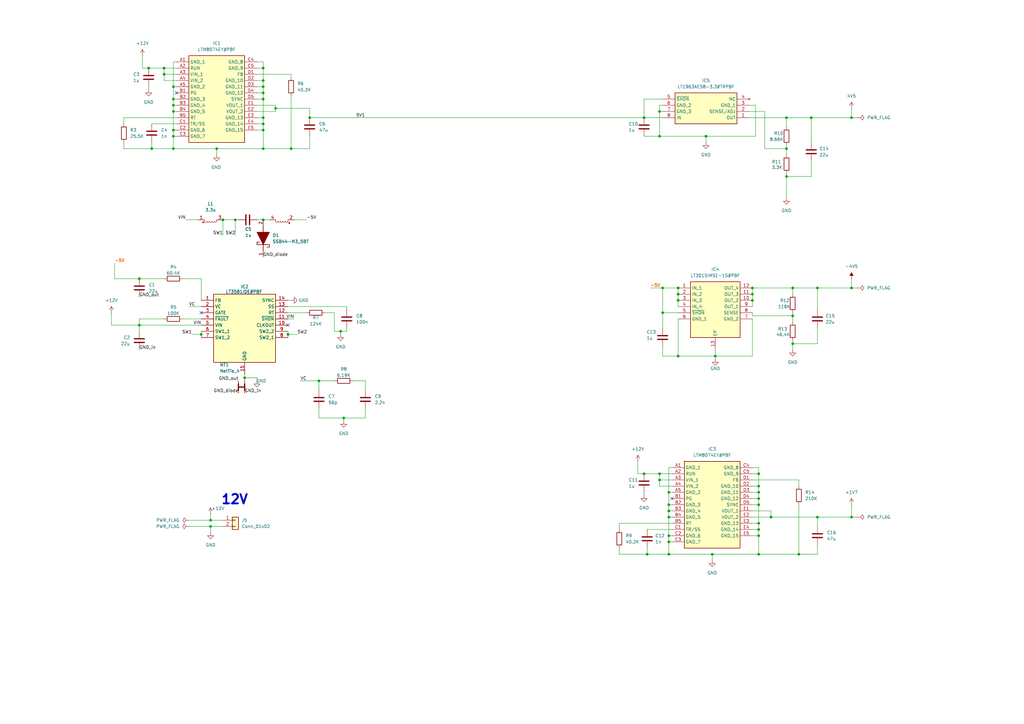
<source format=kicad_sch>
(kicad_sch (version 20231120) (generator "eeschema") (generator_version "8.0")
  (paper "A3")
  (lib_symbols
    (symbol "Connector_Generic:Conn_01x02" (pin_names (offset 1.016) hide)
      (property "Reference" "J" (at 0 2.54 0))
      (property "Value" "Conn_01x02" (at 0 -5.08 0))
      (symbol "Conn_01x02_1_1"
        (rectangle (start -1.27 -2.413) (end 0 -2.667) (stroke (width 0.1524)))
        (rectangle (start -1.27 0.127) (end 0 -0.127) (stroke (width 0.1524)))
        (rectangle (start -1.27 1.27) (end 1.27 -3.81) (stroke (width 0.254)) (fill (type background)))
        (pin passive line (at -5.08 0 0) (length 3.81) (name "Pin_1") (number "1"))
        (pin passive line (at -5.08 -2.54 0) (length 3.81) (name "Pin_2") (number "2"))
      )
    )
    (symbol "Device:C" (pin_numbers hide) (pin_names (offset 0.254))
      (property "Reference" "C" (at 0.635 2.54 0))
      (property "Value" "C" (at 0.635 -2.54 0))
      (symbol "C_0_1"
        (polyline (pts (xy -2.032 -0.762) (xy 2.032 -0.762)) (stroke (width 0.508)))
        (polyline (pts (xy -2.032 0.762) (xy 2.032 0.762)) (stroke (width 0.508)))
      )
      (symbol "C_1_1"
        (pin passive line (at 0 3.81 270) (length 2.794) (name "~") (number "1"))
        (pin passive line (at 0 -3.81 90) (length 2.794) (name "~") (number "2"))
      )
    )
    (symbol "Device:L_Coupled" (pin_names (offset 0.254) hide)
      (property "Reference" "L1" (at -12.7 9.144 0))
      (property "Value" "3.3u" (at -12.7 6.604 0))
      (symbol "L_Coupled_0_1"
        (circle (center -15.748 1.524) (radius 0.254) (fill (type outline)))
        (arc (start -15.24 2.032) (mid -14.732 1.5262) (end -14.224 2.032))
        (arc (start -14.224 2.032) (mid -13.716 1.5262) (end -13.208 2.032))
        (arc (start -13.208 2.032) (mid -12.7 1.5262) (end -12.192 2.032))
        (arc (start -12.192 2.032) (mid -11.684 1.5262) (end -11.176 2.032))
        (arc (start -11.176 2.032) (mid -10.668 1.5262) (end -10.16 2.032))
        (polyline (pts (xy -15.24 2.032) (xy -15.24 2.54)))
        (polyline (pts (xy -10.16 2.54) (xy -10.16 2.032)))
        (polyline (pts (xy 13.97 2.032) (xy 13.97 2.54)))
        (polyline (pts (xy 19.05 2.032) (xy 19.05 2.54)))
        (arc (start 13.97 2.032) (mid 14.478 1.5262) (end 14.986 2.032))
        (arc (start 14.986 2.032) (mid 15.494 1.5262) (end 16.002 2.032))
        (arc (start 16.002 2.032) (mid 16.51 1.5262) (end 17.018 2.032))
        (arc (start 17.018 2.032) (mid 17.526 1.5262) (end 18.034 2.032))
        (arc (start 18.034 2.032) (mid 18.542 1.5262) (end 19.05 2.032))
        (circle (center 19.558 1.27) (radius 0.254) (fill (type outline)))
      )
      (symbol "L_Coupled_1_1"
        (pin passive line (at -17.78 2.54 0) (length 2.54) (name "1") (number "1"))
        (pin passive line (at 21.59 2.54 180) (length 2.54) (name "2") (number "2"))
        (pin passive line (at -7.62 2.54 180) (length 2.54) (name "3") (number "3"))
        (pin passive line (at 11.43 2.54 0) (length 2.54) (name "4") (number "4"))
      )
    )
    (symbol "Device:NetTie_4" (pin_numbers hide) (pin_names (offset 0) hide) (in_bom no)
      (property "Reference" "NT" (at 0 1.27 0))
      (property "Value" "NetTie_4" (at 0 -3.81 0))
      (symbol "NetTie_4_0_1"
        (polyline (pts (xy -1.27 -2.54) (xy 1.27 -2.54)) (stroke (width 0.508)))
        (polyline (pts (xy -1.27 0) (xy 1.27 0)) (stroke (width 0.508)))
        (polyline (pts (xy 0 -2.54) (xy 0 0)) (stroke (width 0.508)))
      )
      (symbol "NetTie_4_1_1"
        (pin passive line (at -2.54 0 0) (length 2.54) (name "1") (number "1"))
        (pin passive line (at 2.54 0 180) (length 2.54) (name "2") (number "2"))
        (pin passive line (at -2.54 -2.54 0) (length 2.54) (name "3") (number "3"))
        (pin passive line (at 2.54 -2.54 180) (length 2.54) (name "4") (number "4"))
      )
    )
    (symbol "Device:R" (pin_numbers hide) (pin_names (offset 0))
      (property "Reference" "R" (at 2.032 0 90))
      (property "Value" "R" (at 0 0 90))
      (symbol "R_0_1"
        (rectangle (start -1.016 -2.54) (end 1.016 2.54) (stroke (width 0.254)))
      )
      (symbol "R_1_1"
        (pin passive line (at 0 3.81 270) (length 1.27) (name "~") (number "1"))
        (pin passive line (at 0 -3.81 90) (length 1.27) (name "~") (number "2"))
      )
    )
    (symbol "SamacSys_Parts:LT1963AES8-3.3#TRPBF"
      (property "Reference" "IC" (at 31.75 7.62 0))
      (property "Value" "LT1963AES8-3.3#TRPBF" (at 31.75 5.08 0))
      (symbol "LT1963AES8-3.3#TRPBF_1_1"
        (rectangle (start 5.08 2.54) (end 30.48 -10.16) (stroke (width 0.254)) (fill (type background)))
        (pin passive line (at 0 0 0) (length 5.08) (name "OUT") (number "1"))
        (pin passive line (at 0 -2.54 0) (length 5.08) (name "SENSE/ADJ") (number "2"))
        (pin passive line (at 0 -5.08 0) (length 5.08) (name "GND_1") (number "3"))
        (pin no_connect line (at 0 -7.62 0) (length 5.08) (name "NC") (number "4"))
        (pin passive line (at 35.56 -7.62 180) (length 5.08) (name "~{SHDN}") (number "5"))
        (pin passive line (at 35.56 -5.08 180) (length 5.08) (name "GND_2") (number "6"))
        (pin passive line (at 35.56 -2.54 180) (length 5.08) (name "GND_3") (number "7"))
        (pin passive line (at 35.56 0 180) (length 5.08) (name "IN") (number "8"))
      )
    )
    (symbol "SamacSys_Parts:LT3015IMSE-15#PBF"
      (property "Reference" "IC" (at 26.67 7.62 0))
      (property "Value" "LT3015IMSE-15#PBF" (at 26.67 5.08 0))
      (symbol "LT3015IMSE-15#PBF_1_1"
        (rectangle (start 5.08 2.54) (end 25.4 -20.32) (stroke (width 0.254)) (fill (type background)))
        (pin passive line (at 0 0 0) (length 5.08) (name "IN_1") (number "1"))
        (pin passive line (at 30.48 -5.08 180) (length 5.08) (name "OUT_2") (number "10"))
        (pin passive line (at 30.48 -2.54 180) (length 5.08) (name "OUT_3") (number "11"))
        (pin passive line (at 30.48 0 180) (length 5.08) (name "OUT_4") (number "12"))
        (pin passive line (at 15.24 -25.4 90) (length 5.08) (name "EP") (number "13"))
        (pin passive line (at 0 -2.54 0) (length 5.08) (name "IN_2") (number "2"))
        (pin passive line (at 0 -5.08 0) (length 5.08) (name "IN_3") (number "3"))
        (pin passive line (at 0 -7.62 0) (length 5.08) (name "IN_4") (number "4"))
        (pin passive line (at 0 -10.16 0) (length 5.08) (name "~{SHDN}") (number "5"))
        (pin passive line (at 0 -12.7 0) (length 5.08) (name "GND_1") (number "6"))
        (pin passive line (at 30.48 -12.7 180) (length 5.08) (name "GND_2") (number "7"))
        (pin passive line (at 30.48 -10.16 180) (length 5.08) (name "SENSE") (number "8"))
        (pin passive line (at 30.48 -7.62 180) (length 5.08) (name "OUT_1") (number "9"))
      )
    )
    (symbol "SamacSys_Parts:LT3581IDE#PBF"
      (property "Reference" "IC" (at 31.75 7.62 0))
      (property "Value" "LT3581IDE#PBF" (at 31.75 5.08 0))
      (symbol "LT3581IDE#PBF_1_1"
        (rectangle (start 5.08 2.54) (end 30.48 -25.4) (stroke (width 0.254)) (fill (type background)))
        (pin passive line (at 0 0 0) (length 5.08) (name "FB") (number "1"))
        (pin passive line (at 35.56 -10.16 180) (length 5.08) (name "CLKOUT") (number "10"))
        (pin passive line (at 35.56 -7.62 180) (length 5.08) (name "~{SHDN}") (number "11"))
        (pin passive line (at 35.56 -5.08 180) (length 5.08) (name "RT") (number "12"))
        (pin passive line (at 35.56 -2.54 180) (length 5.08) (name "SS") (number "13"))
        (pin passive line (at 35.56 0 180) (length 5.08) (name "SYNC") (number "14"))
        (pin passive line (at 17.78 -30.48 90) (length 5.08) (name "GND") (number "15"))
        (pin passive line (at 0 -2.54 0) (length 5.08) (name "VC") (number "2"))
        (pin passive line (at 0 -5.08 0) (length 5.08) (name "GATE") (number "3"))
        (pin passive line (at 0 -7.62 0) (length 5.08) (name "~{FAULT}") (number "4"))
        (pin passive line (at 0 -10.16 0) (length 5.08) (name "VIN") (number "5"))
        (pin passive line (at 0 -12.7 0) (length 5.08) (name "SW1_1") (number "6"))
        (pin passive line (at 0 -15.24 0) (length 5.08) (name "SW1_2") (number "7"))
        (pin passive line (at 35.56 -15.24 180) (length 5.08) (name "SW2_1") (number "8"))
        (pin passive line (at 35.56 -12.7 180) (length 5.08) (name "SW2_2") (number "9"))
      )
    )
    (symbol "SamacSys_Parts:LTM8074EY#PBF"
      (property "Reference" "IC" (at 29.21 7.62 0))
      (property "Value" "LTM8074EY#PBF" (at 29.21 5.08 0))
      (symbol "LTM8074EY#PBF_1_1"
        (rectangle (start 5.08 2.54) (end 27.94 -33.02) (stroke (width 0.254)) (fill (type background)))
        (pin passive line (at 0 0 0) (length 5.08) (name "GND_1") (number "A1"))
        (pin passive line (at 0 -2.54 0) (length 5.08) (name "RUN") (number "A2"))
        (pin passive line (at 0 -5.08 0) (length 5.08) (name "VIN_1") (number "A3"))
        (pin passive line (at 0 -7.62 0) (length 5.08) (name "VIN_2") (number "A4"))
        (pin passive line (at 0 -10.16 0) (length 5.08) (name "GND_2") (number "A5"))
        (pin passive line (at 0 -12.7 0) (length 5.08) (name "PG") (number "B1"))
        (pin passive line (at 0 -15.24 0) (length 5.08) (name "GND_3") (number "B2"))
        (pin passive line (at 0 -17.78 0) (length 5.08) (name "GND_4") (number "B3"))
        (pin passive line (at 0 -20.32 0) (length 5.08) (name "GND_5") (number "B4"))
        (pin passive line (at 0 -22.86 0) (length 5.08) (name "RT") (number "B5"))
        (pin passive line (at 0 -25.4 0) (length 5.08) (name "TR/SS") (number "C1"))
        (pin passive line (at 0 -27.94 0) (length 5.08) (name "GND_6") (number "C2"))
        (pin passive line (at 0 -30.48 0) (length 5.08) (name "GND_7") (number "C3"))
        (pin passive line (at 33.02 0 180) (length 5.08) (name "GND_8") (number "C4"))
        (pin passive line (at 33.02 -2.54 180) (length 5.08) (name "GND_9") (number "C5"))
        (pin passive line (at 33.02 -5.08 180) (length 5.08) (name "FB") (number "D1"))
        (pin passive line (at 33.02 -7.62 180) (length 5.08) (name "GND_10") (number "D2"))
        (pin passive line (at 33.02 -10.16 180) (length 5.08) (name "GND_11") (number "D3"))
        (pin passive line (at 33.02 -12.7 180) (length 5.08) (name "GND_12") (number "D4"))
        (pin passive line (at 33.02 -15.24 180) (length 5.08) (name "SYNC") (number "D5"))
        (pin passive line (at 33.02 -17.78 180) (length 5.08) (name "VOUT_1") (number "E1"))
        (pin passive line (at 33.02 -20.32 180) (length 5.08) (name "VOUT_2") (number "E2"))
        (pin passive line (at 33.02 -22.86 180) (length 5.08) (name "GND_13") (number "E3"))
        (pin passive line (at 33.02 -25.4 180) (length 5.08) (name "GND_14") (number "E4"))
        (pin passive line (at 33.02 -27.94 180) (length 5.08) (name "GND_15") (number "E5"))
      )
    )
    (symbol "SamacSys_Parts:SSB44-M3_5BT" (pin_names hide)
      (property "Reference" "D" (at 12.7 8.89 0))
      (property "Value" "SSB44-M3_5BT" (at 12.7 6.35 0))
      (symbol "SSB44-M3_5BT_1_1"
        (polyline (pts (xy 5.08 0) (xy 7.62 0)) (stroke (width 0.254)))
        (polyline (pts (xy 6.604 -1.524) (xy 6.604 -2.54)) (stroke (width 0.254)))
        (polyline (pts (xy 7.62 -2.54) (xy 6.604 -2.54)) (stroke (width 0.254)))
        (polyline (pts (xy 7.62 2.54) (xy 7.62 -2.54)) (stroke (width 0.254)))
        (polyline (pts (xy 7.62 2.54) (xy 8.636 2.54)) (stroke (width 0.254)))
        (polyline (pts (xy 8.636 1.524) (xy 8.636 2.54)) (stroke (width 0.254)))
        (polyline (pts (xy 12.7 0) (xy 15.24 0)) (stroke (width 0.254)))
        (polyline (pts (xy 7.62 0) (xy 12.7 2.54) (xy 12.7 -2.54) (xy 7.62 0)) (stroke (width 0.254)) (fill (type outline)))
        (pin passive line (at 2.54 0 0) (length 2.54) (name "K") (number "1"))
        (pin passive line (at 17.78 0 180) (length 2.54) (name "A") (number "2"))
      )
    )
    (symbol "power:+12V" (power) (pin_numbers hide) (pin_names (offset 0) hide)
      (property "Value" "+12V" (at 0 3.556 0))
      (symbol "+12V_0_1"
        (polyline (pts (xy -0.762 1.27) (xy 0 2.54)))
        (polyline (pts (xy 0 0) (xy 0 2.54)))
        (polyline (pts (xy 0 2.54) (xy 0.762 1.27)))
      )
      (symbol "+12V_1_1"
        (pin power_in line (at 0 0 90) (length 0) (name "~") (number "1"))
      )
    )
    (symbol "power:+1V2" (power) (pin_numbers hide) (pin_names (offset 0) hide)
      (property "Value" "+1V2" (at 0 3.556 0))
      (symbol "+1V2_0_1"
        (polyline (pts (xy -0.762 1.27) (xy 0 2.54)))
        (polyline (pts (xy 0 0) (xy 0 2.54)))
        (polyline (pts (xy 0 2.54) (xy 0.762 1.27)))
      )
      (symbol "+1V2_1_1"
        (pin power_in line (at 0 0 90) (length 0) (name "~") (number "1"))
      )
    )
    (symbol "power:+8V" (power) (pin_numbers hide) (pin_names (offset 0) hide)
      (property "Value" "+8V" (at 0 3.556 0))
      (symbol "+8V_0_1"
        (polyline (pts (xy -0.762 1.27) (xy 0 2.54)))
        (polyline (pts (xy 0 0) (xy 0 2.54)))
        (polyline (pts (xy 0 2.54) (xy 0.762 1.27)))
      )
      (symbol "+8V_1_1"
        (pin power_in line (at 0 0 90) (length 0) (name "~") (number "1"))
      )
    )
    (symbol "power:-8V" (power) (pin_numbers hide) (pin_names (offset 0) hide)
      (property "Value" "-8V" (at 0 3.556 0))
      (symbol "-8V_0_0"
        (pin power_in line (at 0 0 90) (length 0) (name "~") (number "1"))
      )
      (symbol "-8V_0_1"
        (polyline (pts (xy 0 0) (xy 0 1.27) (xy 0.762 1.27) (xy 0 2.54) (xy -0.762 1.27) (xy 0 1.27)) (fill (type outline)))
      )
    )
    (symbol "power:GND" (power) (pin_numbers hide) (pin_names (offset 0) hide)
      (property "Value" "GND" (at 0 -3.81 0))
      (symbol "GND_0_1"
        (polyline (pts (xy 0 0) (xy 0 -1.27) (xy 1.27 -1.27) (xy 0 -2.54) (xy -1.27 -1.27) (xy 0 -1.27)))
      )
      (symbol "GND_1_1"
        (pin power_in line (at 0 0 270) (length 0) (name "~") (number "1"))
      )
    )
    (symbol "power:PWR_FLAG" (power) (pin_numbers hide) (pin_names (offset 0) hide)
      (property "Value" "PWR_FLAG" (at 0 3.81 0))
      (symbol "PWR_FLAG_0_0"
        (pin power_out line (at 0 0 90) (length 0) (name "~") (number "1"))
      )
      (symbol "PWR_FLAG_0_1"
        (polyline (pts (xy 0 0) (xy 0 1.27) (xy -1.016 1.905) (xy 0 2.54) (xy 1.016 1.905) (xy 0 1.27)))
      )
    )
  )
  (junction (at 274.32 219.71))
  (junction (at 325.12 118.11))
  (junction (at 127 48.26))
  (junction (at 332.74 48.26))
  (junction (at 322.58 60.96))
  (junction (at 278.13 123.19))
  (junction (at 322.58 72.39))
  (junction (at 86.36 215.9))
  (junction (at 107.95 60.96))
  (junction (at 67.31 30.48))
  (junction (at 57.15 133.35))
  (junction (at 107.95 50.8))
  (junction (at 71.12 45.72))
  (junction (at 270.51 194.31))
  (junction (at 71.12 55.88))
  (junction (at 274.32 212.09))
  (junction (at 270.51 55.88))
  (junction (at 311.15 207.01))
  (junction (at 311.15 217.17))
  (junction (at 62.23 60.96))
  (junction (at 270.51 196.85))
  (junction (at 278.13 146.05))
  (junction (at 88.9 60.96))
  (junction (at 107.95 48.26))
  (junction (at 271.78 118.11))
  (junction (at 264.16 194.31))
  (junction (at 349.25 118.11))
  (junction (at 67.31 27.94))
  (junction (at 274.32 209.55))
  (junction (at 86.36 213.36))
  (junction (at 292.1 227.33))
  (junction (at 274.32 201.93))
  (junction (at 71.12 40.64))
  (junction (at 57.15 114.3))
  (junction (at 274.32 222.25))
  (junction (at 311.15 227.33))
  (junction (at 113.03 44.45))
  (junction (at 139.7 135.89))
  (junction (at 311.15 219.71))
  (junction (at 289.56 55.88))
  (junction (at 349.25 48.26))
  (junction (at 107.95 35.56))
  (junction (at 270.51 45.72))
  (junction (at 264.16 48.26))
  (junction (at 118.11 137.16))
  (junction (at 265.43 227.33))
  (junction (at 82.55 137.16))
  (junction (at 100.33 154.94))
  (junction (at 308.61 118.11))
  (junction (at 60.96 27.94))
  (junction (at 130.81 156.21))
  (junction (at 335.28 118.11))
  (junction (at 71.12 43.18))
  (junction (at 335.28 212.09))
  (junction (at 119.38 60.96))
  (junction (at 308.61 123.19))
  (junction (at 71.12 35.56))
  (junction (at 71.12 60.96))
  (junction (at 107.95 90.17))
  (junction (at 71.12 53.34))
  (junction (at 311.15 201.93))
  (junction (at 107.95 40.64))
  (junction (at 308.61 120.65))
  (junction (at 107.95 53.34))
  (junction (at 96.52 90.17))
  (junction (at 327.66 227.33))
  (junction (at 107.95 38.1))
  (junction (at 311.15 194.31))
  (junction (at 311.15 199.39))
  (junction (at 311.15 204.47))
  (junction (at 274.32 207.01))
  (junction (at 107.95 33.02))
  (junction (at 274.32 227.33))
  (junction (at 316.23 212.09))
  (junction (at 107.95 27.94))
  (junction (at 349.25 212.09))
  (junction (at 311.15 214.63))
  (junction (at 91.44 90.17))
  (junction (at 271.78 128.27))
  (junction (at 278.13 120.65))
  (junction (at 278.13 118.11))
  (junction (at 325.12 129.54))
  (junction (at 293.37 146.05))
  (junction (at 322.58 48.26))
  (junction (at 325.12 140.97))
  (junction (at 140.97 171.45))
  (no_connect (at 275.59 204.47))
  (no_connect (at 72.39 38.1))
  (no_connect (at 82.55 128.27))
  (no_connect (at 118.11 133.35))
  (wire (pts (xy 274.32 201.93) (xy 275.59 201.93)))
  (wire (pts (xy 292.1 227.33) (xy 311.15 227.33)))
  (wire (pts (xy 71.12 60.96) (xy 88.9 60.96)))
  (wire (pts (xy 311.15 204.47) (xy 311.15 207.01)))
  (wire (pts (xy 275.59 214.63) (xy 254 214.63)))
  (wire (pts (xy 322.58 48.26) (xy 322.58 52.07)))
  (wire (pts (xy 130.81 156.21) (xy 130.81 160.02)))
  (wire (pts (xy 77.47 125.73) (xy 82.55 125.73)))
  (wire (pts (xy 270.51 45.72) (xy 270.51 55.88)))
  (wire (pts (xy 308.61 123.19) (xy 308.61 125.73)))
  (wire (pts (xy 322.58 71.12) (xy 322.58 72.39)))
  (wire (pts (xy 308.61 191.77) (xy 311.15 191.77)))
  (wire (pts (xy 67.31 27.94) (xy 67.31 30.48)))
  (wire (pts (xy 332.74 48.26) (xy 332.74 58.42)))
  (wire (pts (xy 270.51 194.31) (xy 275.59 194.31)))
  (wire (pts (xy 335.28 212.09) (xy 349.25 212.09)))
  (wire (pts (xy 118.11 125.73) (xy 142.24 125.73)))
  (wire (pts (xy 137.16 135.89) (xy 139.7 135.89)))
  (wire (pts (xy 264.16 194.31) (xy 270.51 194.31)))
  (wire (pts (xy 308.61 217.17) (xy 311.15 217.17)))
  (wire (pts (xy 86.36 215.9) (xy 91.44 215.9)))
  (wire (pts (xy 311.15 227.33) (xy 327.66 227.33)))
  (wire (pts (xy 60.96 27.94) (xy 67.31 27.94)))
  (wire (pts (xy 50.8 58.42) (xy 50.8 60.96)))
  (wire (pts (xy 351.79 118.11) (xy 349.25 118.11)))
  (wire (pts (xy 67.31 130.81) (xy 57.15 130.81)))
  (wire (pts (xy 327.66 196.85) (xy 327.66 199.39)))
  (wire (pts (xy 271.78 146.05) (xy 278.13 146.05)))
  (wire (pts (xy 308.61 118.11) (xy 325.12 118.11)))
  (wire (pts (xy 71.12 40.64) (xy 72.39 40.64)))
  (wire (pts (xy 292.1 227.33) (xy 292.1 229.87)))
  (wire (pts (xy 308.61 214.63) (xy 311.15 214.63)))
  (wire (pts (xy 100.33 153.67) (xy 100.33 154.94)))
  (wire (pts (xy 351.79 48.26) (xy 349.25 48.26)))
  (wire (pts (xy 119.38 39.37) (xy 119.38 60.96)))
  (wire (pts (xy 311.15 199.39) (xy 311.15 201.93)))
  (wire (pts (xy 82.55 123.19) (xy 82.55 114.3)))
  (wire (pts (xy 271.78 118.11) (xy 278.13 118.11)))
  (wire (pts (xy 264.16 48.26) (xy 271.78 48.26)))
  (wire (pts (xy 62.23 60.96) (xy 71.12 60.96)))
  (wire (pts (xy 293.37 146.05) (xy 293.37 147.32)))
  (wire (pts (xy 97.79 90.17) (xy 96.52 90.17)))
  (wire (pts (xy 57.15 133.35) (xy 57.15 135.89)))
  (wire (pts (xy 142.24 135.89) (xy 142.24 134.62)))
  (wire (pts (xy 71.12 43.18) (xy 72.39 43.18)))
  (wire (pts (xy 335.28 227.33) (xy 327.66 227.33)))
  (wire (pts (xy 264.16 40.64) (xy 264.16 48.26)))
  (wire (pts (xy 308.61 201.93) (xy 311.15 201.93)))
  (wire (pts (xy 107.95 40.64) (xy 107.95 48.26)))
  (wire (pts (xy 278.13 146.05) (xy 293.37 146.05)))
  (wire (pts (xy 107.95 35.56) (xy 107.95 38.1)))
  (wire (pts (xy 327.66 207.01) (xy 327.66 227.33)))
  (wire (pts (xy 311.15 194.31) (xy 311.15 199.39)))
  (wire (pts (xy 274.32 227.33) (xy 292.1 227.33)))
  (wire (pts (xy 71.12 55.88) (xy 72.39 55.88)))
  (wire (pts (xy 72.39 30.48) (xy 67.31 30.48)))
  (wire (pts (xy 316.23 212.09) (xy 335.28 212.09)))
  (wire (pts (xy 58.42 22.86) (xy 58.42 27.94)))
  (wire (pts (xy 265.43 224.79) (xy 265.43 227.33)))
  (wire (pts (xy 86.36 210.82) (xy 86.36 213.36)))
  (wire (pts (xy 67.31 27.94) (xy 72.39 27.94)))
  (wire (pts (xy 50.8 48.26) (xy 50.8 50.8)))
  (wire (pts (xy 335.28 223.52) (xy 335.28 227.33)))
  (wire (pts (xy 311.15 191.77) (xy 311.15 194.31)))
  (wire (pts (xy 270.51 194.31) (xy 270.51 196.85)))
  (wire (pts (xy 105.41 27.94) (xy 107.95 27.94)))
  (wire (pts (xy 71.12 35.56) (xy 71.12 40.64)))
  (wire (pts (xy 265.43 227.33) (xy 274.32 227.33)))
  (wire (pts (xy 130.81 167.64) (xy 130.81 171.45)))
  (wire (pts (xy 316.23 209.55) (xy 316.23 212.09)))
  (wire (pts (xy 254 224.79) (xy 254 227.33)))
  (wire (pts (xy 308.61 209.55) (xy 316.23 209.55)))
  (wire (pts (xy 289.56 55.88) (xy 289.56 58.42)))
  (wire (pts (xy 67.31 30.48) (xy 67.31 33.02)))
  (wire (pts (xy 107.95 27.94) (xy 107.95 33.02)))
  (wire (pts (xy 113.03 44.45) (xy 127 44.45)))
  (wire (pts (xy 274.32 201.93) (xy 274.32 207.01)))
  (wire (pts (xy 107.95 33.02) (xy 107.95 35.56)))
  (wire (pts (xy 311.15 207.01) (xy 311.15 214.63)))
  (wire (pts (xy 88.9 60.96) (xy 107.95 60.96)))
  (wire (pts (xy 105.41 156.21) (xy 105.41 154.94)))
  (wire (pts (xy 308.61 204.47) (xy 311.15 204.47)))
  (wire (pts (xy 322.58 72.39) (xy 332.74 72.39)))
  (wire (pts (xy 74.93 130.81) (xy 82.55 130.81)))
  (wire (pts (xy 335.28 134.62) (xy 335.28 140.97)))
  (wire (pts (xy 311.15 201.93) (xy 311.15 204.47)))
  (wire (pts (xy 107.95 60.96) (xy 119.38 60.96)))
  (wire (pts (xy 270.51 43.18) (xy 271.78 43.18)))
  (wire (pts (xy 274.32 222.25) (xy 275.59 222.25)))
  (wire (pts (xy 105.41 40.64) (xy 107.95 40.64)))
  (wire (pts (xy 270.51 43.18) (xy 270.51 45.72)))
  (wire (pts (xy 71.12 40.64) (xy 71.12 43.18)))
  (wire (pts (xy 274.32 219.71) (xy 274.32 222.25)))
  (wire (pts (xy 107.95 50.8) (xy 107.95 53.34)))
  (wire (pts (xy 105.41 53.34) (xy 107.95 53.34)))
  (wire (pts (xy 349.25 114.3) (xy 349.25 118.11)))
  (wire (pts (xy 332.74 48.26) (xy 349.25 48.26)))
  (wire (pts (xy 82.55 137.16) (xy 82.55 138.43)))
  (wire (pts (xy 311.15 217.17) (xy 311.15 219.71)))
  (wire (pts (xy 271.78 128.27) (xy 278.13 128.27)))
  (wire (pts (xy 91.44 90.17) (xy 91.44 96.52)))
  (wire (pts (xy 127 48.26) (xy 127 44.45)))
  (wire (pts (xy 67.31 33.02) (xy 72.39 33.02)))
  (wire (pts (xy 261.62 189.23) (xy 261.62 194.31)))
  (wire (pts (xy 309.88 43.18) (xy 307.34 43.18)))
  (wire (pts (xy 261.62 194.31) (xy 264.16 194.31)))
  (wire (pts (xy 107.95 53.34) (xy 107.95 60.96)))
  (wire (pts (xy 274.32 212.09) (xy 275.59 212.09)))
  (wire (pts (xy 88.9 60.96) (xy 88.9 63.5)))
  (wire (pts (xy 107.95 38.1) (xy 107.95 40.64)))
  (wire (pts (xy 274.32 219.71) (xy 275.59 219.71)))
  (wire (pts (xy 105.41 30.48) (xy 119.38 30.48)))
  (wire (pts (xy 278.13 130.81) (xy 278.13 146.05)))
  (wire (pts (xy 325.12 139.7) (xy 325.12 140.97)))
  (wire (pts (xy 289.56 55.88) (xy 309.88 55.88)))
  (wire (pts (xy 264.16 55.88) (xy 270.51 55.88)))
  (wire (pts (xy 270.51 199.39) (xy 275.59 199.39)))
  (wire (pts (xy 45.72 128.27) (xy 45.72 133.35)))
  (wire (pts (xy 118.11 137.16) (xy 118.11 138.43)))
  (wire (pts (xy 86.36 215.9) (xy 86.36 218.44)))
  (wire (pts (xy 57.15 114.3) (xy 67.31 114.3)))
  (wire (pts (xy 313.69 45.72) (xy 313.69 60.96)))
  (wire (pts (xy 77.47 215.9) (xy 86.36 215.9)))
  (wire (pts (xy 118.11 137.16) (xy 121.92 137.16)))
  (wire (pts (xy 105.41 48.26) (xy 107.95 48.26)))
  (wire (pts (xy 309.88 55.88) (xy 309.88 43.18)))
  (wire (pts (xy 71.12 53.34) (xy 71.12 55.88)))
  (wire (pts (xy 270.51 55.88) (xy 289.56 55.88)))
  (wire (pts (xy 293.37 146.05) (xy 308.61 146.05)))
  (wire (pts (xy 275.59 191.77) (xy 274.32 191.77)))
  (wire (pts (xy 71.12 45.72) (xy 72.39 45.72)))
  (wire (pts (xy 311.15 214.63) (xy 311.15 217.17)))
  (wire (pts (xy 278.13 120.65) (xy 278.13 123.19)))
  (wire (pts (xy 271.78 142.24) (xy 271.78 146.05)))
  (wire (pts (xy 57.15 130.81) (xy 57.15 133.35)))
  (wire (pts (xy 308.61 129.54) (xy 308.61 128.27)))
  (wire (pts (xy 118.11 135.89) (xy 118.11 137.16)))
  (wire (pts (xy 322.58 59.69) (xy 322.58 60.96)))
  (wire (pts (xy 325.12 128.27) (xy 325.12 129.54)))
  (wire (pts (xy 308.61 146.05) (xy 308.61 130.81)))
  (wire (pts (xy 82.55 135.89) (xy 82.55 137.16)))
  (wire (pts (xy 105.41 35.56) (xy 107.95 35.56)))
  (wire (pts (xy 72.39 48.26) (xy 50.8 48.26)))
  (wire (pts (xy 77.47 213.36) (xy 86.36 213.36)))
  (wire (pts (xy 308.61 129.54) (xy 325.12 129.54)))
  (wire (pts (xy 50.8 60.96) (xy 62.23 60.96)))
  (wire (pts (xy 140.97 171.45) (xy 149.86 171.45)))
  (wire (pts (xy 127 60.96) (xy 119.38 60.96)))
  (wire (pts (xy 107.95 25.4) (xy 107.95 27.94)))
  (wire (pts (xy 322.58 48.26) (xy 332.74 48.26)))
  (wire (pts (xy 274.32 207.01) (xy 274.32 209.55)))
  (wire (pts (xy 308.61 219.71) (xy 311.15 219.71)))
  (wire (pts (xy 71.12 25.4) (xy 71.12 35.56)))
  (wire (pts (xy 271.78 128.27) (xy 271.78 134.62)))
  (wire (pts (xy 139.7 135.89) (xy 142.24 135.89)))
  (wire (pts (xy 105.41 90.17) (xy 107.95 90.17)))
  (wire (pts (xy 86.36 213.36) (xy 91.44 213.36)))
  (wire (pts (xy 58.42 27.94) (xy 60.96 27.94)))
  (wire (pts (xy 91.44 90.17) (xy 96.52 90.17)))
  (wire (pts (xy 308.61 118.11) (xy 308.61 120.65)))
  (wire (pts (xy 139.7 135.89) (xy 139.7 137.16)))
  (wire (pts (xy 332.74 66.04) (xy 332.74 72.39)))
  (wire (pts (xy 335.28 215.9) (xy 335.28 212.09)))
  (wire (pts (xy 119.38 30.48) (xy 119.38 31.75)))
  (wire (pts (xy 118.11 130.81) (xy 120.65 130.81)))
  (wire (pts (xy 133.35 128.27) (xy 137.16 128.27)))
  (wire (pts (xy 322.58 60.96) (xy 322.58 63.5)))
  (wire (pts (xy 325.12 140.97) (xy 325.12 143.51)))
  (wire (pts (xy 271.78 40.64) (xy 264.16 40.64)))
  (wire (pts (xy 118.11 123.19) (xy 119.38 123.19)))
  (wire (pts (xy 100.33 154.94) (xy 100.33 156.21)))
  (wire (pts (xy 57.15 133.35) (xy 82.55 133.35)))
  (wire (pts (xy 127 48.26) (xy 264.16 48.26)))
  (wire (pts (xy 46.99 107.95) (xy 46.99 114.3)))
  (wire (pts (xy 274.32 191.77) (xy 274.32 201.93)))
  (wire (pts (xy 71.12 35.56) (xy 72.39 35.56)))
  (wire (pts (xy 313.69 60.96) (xy 322.58 60.96)))
  (wire (pts (xy 325.12 140.97) (xy 335.28 140.97)))
  (wire (pts (xy 274.32 207.01) (xy 275.59 207.01)))
  (wire (pts (xy 274.32 212.09) (xy 274.32 219.71)))
  (wire (pts (xy 335.28 118.11) (xy 335.28 127)))
  (wire (pts (xy 71.12 53.34) (xy 72.39 53.34)))
  (wire (pts (xy 113.03 44.45) (xy 113.03 45.72)))
  (wire (pts (xy 105.41 154.94) (xy 100.33 154.94)))
  (wire (pts (xy 130.81 171.45) (xy 140.97 171.45)))
  (wire (pts (xy 105.41 25.4) (xy 107.95 25.4)))
  (wire (pts (xy 270.51 196.85) (xy 270.51 199.39)))
  (wire (pts (xy 96.52 90.17) (xy 96.52 96.52)))
  (wire (pts (xy 149.86 156.21) (xy 149.86 160.02)))
  (wire (pts (xy 278.13 123.19) (xy 278.13 125.73)))
  (wire (pts (xy 46.99 114.3) (xy 57.15 114.3)))
  (wire (pts (xy 62.23 50.8) (xy 72.39 50.8)))
  (wire (pts (xy 107.95 48.26) (xy 107.95 50.8)))
  (wire (pts (xy 308.61 199.39) (xy 311.15 199.39)))
  (wire (pts (xy 45.72 133.35) (xy 57.15 133.35)))
  (wire (pts (xy 105.41 43.18) (xy 113.03 43.18)))
  (wire (pts (xy 265.43 217.17) (xy 275.59 217.17)))
  (wire (pts (xy 293.37 143.51) (xy 293.37 146.05)))
  (wire (pts (xy 137.16 128.27) (xy 137.16 135.89)))
  (wire (pts (xy 307.34 48.26) (xy 322.58 48.26)))
  (wire (pts (xy 325.12 118.11) (xy 335.28 118.11)))
  (wire (pts (xy 274.32 209.55) (xy 275.59 209.55)))
  (wire (pts (xy 274.32 222.25) (xy 274.32 227.33)))
  (wire (pts (xy 60.96 35.56) (xy 60.96 36.83)))
  (wire (pts (xy 254 227.33) (xy 265.43 227.33)))
  (wire (pts (xy 311.15 219.71) (xy 311.15 227.33)))
  (wire (pts (xy 271.78 128.27) (xy 271.78 118.11)))
  (wire (pts (xy 349.25 44.45) (xy 349.25 48.26)))
  (wire (pts (xy 107.95 90.17) (xy 110.49 90.17)))
  (wire (pts (xy 140.97 171.45) (xy 140.97 172.72)))
  (wire (pts (xy 325.12 118.11) (xy 325.12 120.65)))
  (wire (pts (xy 254 214.63) (xy 254 217.17)))
  (wire (pts (xy 275.59 196.85) (xy 270.51 196.85)))
  (wire (pts (xy 105.41 45.72) (xy 113.03 45.72)))
  (wire (pts (xy 105.41 38.1) (xy 107.95 38.1)))
  (wire (pts (xy 308.61 207.01) (xy 311.15 207.01)))
  (wire (pts (xy 264.16 201.93) (xy 264.16 203.2)))
  (wire (pts (xy 71.12 45.72) (xy 71.12 53.34)))
  (wire (pts (xy 130.81 156.21) (xy 137.16 156.21)))
  (wire (pts (xy 113.03 43.18) (xy 113.03 44.45)))
  (wire (pts (xy 62.23 58.42) (xy 62.23 60.96)))
  (wire (pts (xy 127 55.88) (xy 127 60.96)))
  (wire (pts (xy 308.61 194.31) (xy 311.15 194.31)))
  (wire (pts (xy 322.58 72.39) (xy 322.58 81.28)))
  (wire (pts (xy 71.12 43.18) (xy 71.12 45.72)))
  (wire (pts (xy 274.32 209.55) (xy 274.32 212.09)))
  (wire (pts (xy 349.25 207.01) (xy 349.25 212.09)))
  (wire (pts (xy 307.34 45.72) (xy 313.69 45.72)))
  (wire (pts (xy 308.61 212.09) (xy 316.23 212.09)))
  (wire (pts (xy 118.11 128.27) (xy 125.73 128.27)))
  (wire (pts (xy 82.55 114.3) (xy 74.93 114.3)))
  (wire (pts (xy 270.51 45.72) (xy 271.78 45.72)))
  (wire (pts (xy 120.65 90.17) (xy 125.73 90.17)))
  (wire (pts (xy 78.74 137.16) (xy 82.55 137.16)))
  (wire (pts (xy 335.28 118.11) (xy 349.25 118.11)))
  (wire (pts (xy 351.79 212.09) (xy 349.25 212.09)))
  (wire (pts (xy 71.12 55.88) (xy 71.12 60.96)))
  (wire (pts (xy 72.39 25.4) (xy 71.12 25.4)))
  (wire (pts (xy 278.13 118.11) (xy 278.13 120.65)))
  (wire (pts (xy 105.41 33.02) (xy 107.95 33.02)))
  (wire (pts (xy 144.78 156.21) (xy 149.86 156.21)))
  (wire (pts (xy 142.24 125.73) (xy 142.24 127)))
  (wire (pts (xy 266.7 118.11) (xy 271.78 118.11)))
  (wire (pts (xy 76.2 90.17) (xy 81.28 90.17)))
  (wire (pts (xy 149.86 167.64) (xy 149.86 171.45)))
  (wire (pts (xy 123.19 156.21) (xy 130.81 156.21)))
  (wire (pts (xy 105.41 50.8) (xy 107.95 50.8)))
  (wire (pts (xy 327.66 196.85) (xy 308.61 196.85)))
  (wire (pts (xy 308.61 120.65) (xy 308.61 123.19)))
  (wire (pts (xy 325.12 129.54) (xy 325.12 132.08)))
  (text "12V" (at 96.266 204.978 0) (effects (font (size 3.81 3.81) (thickness 0.762) (bold yes))))
  (label "GND_diode" (at 97.79 161.29 180))
  (label "5V1" (at 146.05 48.26 0))
  (label "SW2" (at 96.52 96.52 180))
  (label "GND_in" (at 57.15 143.51 0))
  (label "SW1" (at 91.44 96.52 180))
  (label "VIN" (at 76.2 90.17 180))
  (label "GND_in" (at 100.33 161.29 0))
  (label "GND_diode" (at 107.95 105.41 0))
  (label "-5V" (at 46.99 107.95 0) (effects (font (thickness 0.254) (bold yes))))
  (label "GND_out" (at 57.15 121.92 0))
  (label "-5V" (at 125.73 90.17 0))
  (label "SW2" (at 121.92 137.16 0))
  (label "VC" (at 123.19 156.21 0))
  (label "VC" (at 77.47 125.73 0))
  (label "GND_out" (at 97.79 156.21 180))
  (label "SW1" (at 78.74 137.16 180))
  (label "VIN" (at 120.65 130.81 180))
  (label "VIN" (at 82.55 133.35 180))
  (label "-5V" (at 266.7 118.11 0) (effects (font (thickness 0.254) (bold yes))))
  (symbol (lib_id "power:GND") (at 60.96 36.83 0) (unit 1)
    (property "Reference" "#PWR08" (effects (hide yes)))
    (property "Value" "GND" (at 60.96 41.91 0))
    (property "Description" "Power symbol creates a global label with name \"GND\" , ground" (effects (hide yes)))
  )
  (symbol (lib_id "Device:C") (at 62.23 54.61 0) (unit 1)
    (property "Reference" "C4" (at 66.04 53.3399 0) (effects (justify left)))
    (property "Value" "1n" (at 66.04 55.8799 0) (effects (justify left)))
    (property "Footprint" "Capacitor_SMD:C_0603_1608Metric_Pad1.08x0.95mm_HandSolder" (effects (hide yes)))
    (property "Description" "Unpolarized capacitor" (effects (hide yes)))
  )
  (symbol (lib_id "power:+12V") (at 45.72 128.27 0) (unit 1)
    (property "Reference" "#PWR04" (effects (hide yes)))
    (property "Value" "+12V" (at 45.72 123.19 0))
    (property "Description" "Power symbol creates a global label with name \"+12V\"" (effects (hide yes)))
  )
  (symbol (lib_id "SamacSys_Parts:LT3581IDE#PBF") (at 82.55 123.19 0) (unit 1)
    (property "Reference" "IC2" (at 100.33 117.602 0))
    (property "Value" "LT3581IDE#PBF" (at 100.076 119.634 0))
    (property "Footprint" "SamacSys_Parts:SON50P300X400X80-15N-D" (effects (hide yes)))
    (property "Datasheet" "https://componentsearchengine.com/Datasheets/1/LT3581IDE#PBF.pdf" (effects (hide yes)))
    (property "Description" "Switching Voltage Regulators 3A Boost/Inverting DC/DC Converter with Fault Protection" (effects (hide yes)))
    (property "Height" "0.8" (effects (hide yes)))
    (property "Mouser Part Number" "584-LT3581IDE#PBF" (effects (hide yes)))
    (property "Mouser Price/Stock" "https://www.mouser.com/Search/Refine.aspx?Keyword=584-LT3581IDE%23PBF" (effects (hide yes)))
    (property "Manufacturer_Name" "Analog Devices" (effects (hide yes)))
    (property "Manufacturer_Part_Number" "LT3581IDE#PBF" (effects (hide yes)))
  )
  (symbol (lib_id "Connector_Generic:Conn_01x02") (at 96.52 213.36 0) (unit 1)
    (property "Reference" "J5" (at 99.06 213.3599 0) (effects (justify left)))
    (property "Value" "Conn_01x02" (at 99.06 215.8999 0) (effects (justify left)))
    (property "Footprint" "SamacSys_Parts:1725656" (effects (hide yes)))
    (property "Description" "Generic connector, single row, 01x02, script generated (kicad-library-utils/schlib/autogen/connector/)" (effects (hide yes)))
  )
  (symbol (lib_id "power:GND") (at 292.1 229.87 0) (unit 1)
    (property "Reference" "#PWR020" (effects (hide yes)))
    (property "Value" "GND" (at 292.1 234.95 0))
    (property "Description" "Power symbol creates a global label with name \"GND\" , ground" (effects (hide yes)))
  )
  (symbol (lib_id "Device:C") (at 271.78 138.43 0) (unit 1)
    (property "Reference" "C13" (at 265.176 136.144 0) (effects (justify left)))
    (property "Value" "1u" (at 265.176 138.684 0) (effects (justify left)))
    (property "Footprint" "Capacitor_SMD:C_0603_1608Metric_Pad1.08x0.95mm_HandSolder" (effects (hide yes)))
    (property "Description" "Unpolarized capacitor" (effects (hide yes)))
  )
  (symbol (lib_id "power:GND") (at 293.37 147.32 0) (unit 1)
    (property "Reference" "#PWR021" (effects (hide yes)))
    (property "Value" "GND" (at 293.37 151.13 0))
    (property "Description" "Power symbol creates a global label with name \"GND\" , ground" (effects (hide yes)))
  )
  (symbol (lib_id "Device:R") (at 140.97 156.21 90) (unit 1)
    (property "Reference" "R8" (at 140.97 151.384 90))
    (property "Value" "6.19K" (at 140.97 153.924 90))
    (property "Footprint" "Resistor_SMD:R_0603_1608Metric_Pad0.98x0.95mm_HandSolder" (effects (hide yes)))
    (property "Description" "Resistor" (effects (hide yes)))
  )
  (symbol (lib_id "power:PWR_FLAG") (at 77.47 215.9 90) (unit 1)
    (property "Reference" "#FLG02" (effects (hide yes)))
    (property "Value" "PWR_FLAG" (at 73.66 215.8999 90) (effects (justify left)))
    (property "Description" "Special symbol for telling ERC where power comes from" (effects (hide yes)))
  )
  (symbol (lib_id "power:PWR_FLAG") (at 351.79 212.09 270) (unit 1)
    (property "Reference" "#FLG05" (effects (hide yes)))
    (property "Value" "PWR_FLAG" (at 355.6 212.0899 90) (effects (justify left)))
    (property "Description" "Special symbol for telling ERC where power comes from" (effects (hide yes)))
  )
  (symbol (lib_id "Device:C") (at 142.24 130.81 0) (unit 1)
    (property "Reference" "C8" (at 146.05 129.5399 0) (effects (justify left)))
    (property "Value" "100n" (at 146.05 132.0799 0) (effects (justify left)))
    (property "Footprint" "Capacitor_SMD:C_0603_1608Metric_Pad1.08x0.95mm_HandSolder" (effects (hide yes)))
    (property "Description" "Unpolarized capacitor" (effects (hide yes)))
  )
  (symbol (lib_id "SamacSys_Parts:LT1963AES8-3.3#TRPBF") (at 307.34 48.26 180) (unit 1)
    (property "Reference" "IC5" (at 289.56 33.02 0))
    (property "Value" "LT1963AES8-3.3#TRPBF" (at 289.56 35.56 0))
    (property "Footprint" "SamacSys_Parts:SOIC127P599X175-8N" (effects (hide yes)))
    (property "Datasheet" "https://datasheet.datasheetarchive.com/originals/distributors/SFDatasheet-4/sf-00091051.pdf" (effects (hide yes)))
    (property "Description" "IC REG LINEAR 3.3V 1.5A 8SOIC" (effects (hide yes)))
    (property "Height" "1.752" (effects (hide yes)))
    (property "Manufacturer_Name" "Analog Devices" (effects (hide yes)))
    (property "Manufacturer_Part_Number" "LT1963AES8-3.3#TRPBF" (effects (hide yes)))
    (property "Mouser Part Number" "584-1963AES8-3.3TPF" (effects (hide yes)))
    (property "Mouser Price/Stock" "https://www.mouser.co.uk/ProductDetail/Analog-Devices/LT1963AES8-3.3TRPBF?qs=ytflclh7QUUySaDyqzWtPg%3D%3D" (effects (hide yes)))
    (property "Arrow Part Number" "LT1963AES8-3.3#TRPBF" (effects (hide yes)))
    (property "Arrow Price/Stock" "https://www.arrow.com/en/products/lt1963aes8-3.3trpbf/linear-technology" (effects (hide yes)))
  )
  (symbol (lib_id "Device:L_Coupled") (at 99.06 92.71 0) (unit 1)
    (property "Reference" "L1" (at 86.36 83.566 0))
    (property "Value" "3.3u" (at 86.36 86.106 0))
    (property "Footprint" "SamacSys_Parts:MSD7342332MLC" (effects (hide yes)))
    (property "Description" "Coupled inductor" (effects (hide yes)))
  )
  (symbol (lib_id "power:GND") (at 289.56 58.42 0) (unit 1)
    (property "Reference" "#PWR019" (effects (hide yes)))
    (property "Value" "GND" (at 289.56 63.5 0))
    (property "Description" "Power symbol creates a global label with name \"GND\" , ground" (effects (hide yes)))
  )
  (symbol (lib_id "SamacSys_Parts:LTM8074EY#PBF") (at 72.39 25.4 0) (unit 1)
    (property "Reference" "IC1" (at 88.9 17.78 0))
    (property "Value" "LTM8074EY#PBF" (at 88.9 20.32 0))
    (property "Footprint" "SamacSys_Parts:BGA25C65P5X5_400X400X198" (effects (hide yes)))
    (property "Datasheet" "https://www.analog.com/LTM8074/datasheet" (effects (hide yes)))
    (property "Description" "40VIN, 1.2A Silent Switcher Module Regulator" (effects (hide yes)))
    (property "Height" "1.98" (effects (hide yes)))
    (property "Manufacturer_Name" "Analog Devices" (effects (hide yes)))
    (property "Manufacturer_Part_Number" "LTM8074EY#PBF" (effects (hide yes)))
    (property "Mouser Part Number" "584-LTM8074EY#PBF" (effects (hide yes)))
    (property "Mouser Price/Stock" "https://www.mouser.co.uk/ProductDetail/Analog-Devices/LTM8074EYPBF?qs=qSfuJ%252Bfl%2Fd7DTb%2FxVZP80w%3D%3D" (effects (hide yes)))
    (property "Arrow Part Number" "LTM8074EY#PBF" (effects (hide yes)))
    (property "Arrow Price/Stock" "https://www.arrow.com/en/products/ltm8074eypbf/analog-devices?region=nac" (effects (hide yes)))
  )
  (symbol (lib_id "Device:R") (at 119.38 35.56 0) (unit 1)
    (property "Reference" "R6" (at 121.92 34.2899 0) (effects (justify left)))
    (property "Value" "45.3K" (at 121.92 36.8299 0) (effects (justify left)))
    (property "Footprint" "Resistor_SMD:R_0603_1608Metric_Pad0.98x0.95mm_HandSolder" (effects (hide yes)))
    (property "Description" "Resistor" (effects (hide yes)))
  )
  (symbol (lib_id "Device:C") (at 335.28 130.81 0) (unit 1)
    (property "Reference" "C15" (at 338.582 129.54 0) (effects (justify left)))
    (property "Value" "22u" (at 338.582 132.08 0) (effects (justify left)))
    (property "Footprint" "Capacitor_SMD:C_0805_2012Metric_Pad1.18x1.45mm_HandSolder" (effects (hide yes)))
    (property "Description" "Unpolarized capacitor" (effects (hide yes)))
  )
  (symbol (lib_id "power:GND") (at 86.36 218.44 0) (unit 1)
    (property "Reference" "#PWR010" (effects (hide yes)))
    (property "Value" "GND" (at 86.36 223.52 0))
    (property "Description" "Power symbol creates a global label with name \"GND\" , ground" (effects (hide yes)))
  )
  (symbol (lib_id "Device:C") (at 332.74 62.23 0) (unit 1)
    (property "Reference" "C14" (at 336.042 60.96 0) (effects (justify left)))
    (property "Value" "22u" (at 336.042 63.5 0) (effects (justify left)))
    (property "Footprint" "Capacitor_SMD:C_0805_2012Metric_Pad1.18x1.45mm_HandSolder" (effects (hide yes)))
    (property "Description" "Unpolarized capacitor" (effects (hide yes)))
  )
  (symbol (lib_id "Device:C") (at 57.15 139.7 0) (mirror y) (unit 1)
    (property "Reference" "C2" (at 53.34 138.4299 0) (effects (justify left)))
    (property "Value" "22u" (at 53.34 140.9699 0) (effects (justify left)))
    (property "Footprint" "Capacitor_SMD:C_1210_3225Metric_Pad1.33x2.70mm_HandSolder" (effects (hide yes)))
    (property "Description" "Unpolarized capacitor" (effects (hide yes)))
  )
  (symbol (lib_id "Device:R") (at 322.58 67.31 180) (unit 1)
    (property "Reference" "R11" (at 318.4525 66.3575 0))
    (property "Value" "3.3K" (at 318.7065 68.6435 0))
    (property "Footprint" "Resistor_SMD:R_0603_1608Metric_Pad0.98x0.95mm_HandSolder" (effects (hide yes)))
    (property "Description" "Resistor" (effects (hide yes)))
  )
  (symbol (lib_id "Device:C") (at 57.15 118.11 0) (unit 1)
    (property "Reference" "C1" (at 60.96 116.8399 0) (effects (justify left)))
    (property "Value" "22u" (at 60.96 119.3799 0) (effects (justify left)))
    (property "Footprint" "Capacitor_SMD:C_1210_3225Metric_Pad1.33x2.70mm_HandSolder" (effects (hide yes)))
    (property "Description" "Unpolarized capacitor" (effects (hide yes)))
  )
  (symbol (lib_id "power:GND") (at 119.38 123.19 90) (unit 1)
    (property "Reference" "#PWR014" (effects (hide yes)))
    (property "Value" "GND" (at 122.428 123.19 90) (effects (justify right)))
    (property "Description" "Power symbol creates a global label with name \"GND\" , ground" (effects (hide yes)))
  )
  (symbol (lib_id "power:GND") (at 264.16 203.2 0) (unit 1)
    (property "Reference" "#PWR018" (effects (hide yes)))
    (property "Value" "GND" (at 264.16 208.28 0))
    (property "Description" "Power symbol creates a global label with name \"GND\" , ground" (effects (hide yes)))
  )
  (symbol (lib_id "Device:R") (at 327.66 203.2 0) (unit 1)
    (property "Reference" "R14" (at 330.2 201.9299 0) (effects (justify left)))
    (property "Value" "210K" (at 330.2 204.4699 0) (effects (justify left)))
    (property "Footprint" "Resistor_SMD:R_0603_1608Metric_Pad0.98x0.95mm_HandSolder" (effects (hide yes)))
    (property "Description" "Resistor" (effects (hide yes)))
  )
  (symbol (lib_id "power:GND") (at 88.9 63.5 0) (unit 1)
    (property "Reference" "#PWR011" (effects (hide yes)))
    (property "Value" "GND" (at 88.646 68.58 0))
    (property "Description" "Power symbol creates a global label with name \"GND\" , ground" (effects (hide yes)))
  )
  (symbol (lib_id "power:+12V") (at 261.62 189.23 0) (unit 1)
    (property "Reference" "#PWR017" (effects (hide yes)))
    (property "Value" "+12V" (at 261.62 184.15 0))
    (property "Description" "Power symbol creates a global label with name \"+12V\"" (effects (hide yes)))
  )
  (symbol (lib_id "Device:C") (at 149.86 163.83 0) (unit 1)
    (property "Reference" "C9" (at 153.67 162.5599 0) (effects (justify left)))
    (property "Value" "2.2n" (at 153.67 165.0999 0) (effects (justify left)))
    (property "Footprint" "Capacitor_SMD:C_0603_1608Metric_Pad1.08x0.95mm_HandSolder" (effects (hide yes)))
    (property "Description" "Unpolarized capacitor" (effects (hide yes)))
  )
  (symbol (lib_id "Device:R") (at 71.12 114.3 90) (unit 1)
    (property "Reference" "R4" (at 71.12 109.474 90))
    (property "Value" "60.4K" (at 71.12 112.014 90))
    (property "Footprint" "Resistor_SMD:R_0603_1608Metric_Pad0.98x0.95mm_HandSolder" (effects (hide yes)))
    (property "Description" "Resistor" (effects (hide yes)))
  )
  (symbol (lib_id "Device:R") (at 71.12 130.81 90) (unit 1)
    (property "Reference" "R5" (at 71.12 125.984 90))
    (property "Value" "100K" (at 71.12 128.524 90))
    (property "Footprint" "Resistor_SMD:R_0603_1608Metric_Pad0.98x0.95mm_HandSolder" (effects (hide yes)))
    (property "Description" "Resistor" (effects (hide yes)))
  )
  (symbol (lib_id "Device:C") (at 264.16 52.07 0) (unit 1)
    (property "Reference" "C10" (at 257.81 50.8 0) (effects (justify left)))
    (property "Value" "1u" (at 257.81 53.34 0) (effects (justify left)))
    (property "Footprint" "Capacitor_SMD:C_0603_1608Metric_Pad1.08x0.95mm_HandSolder" (effects (hide yes)))
    (property "Description" "Unpolarized capacitor" (effects (hide yes)))
  )
  (symbol (lib_id "Device:C") (at 264.16 198.12 0) (unit 1)
    (property "Reference" "C11" (at 257.81 196.85 0) (effects (justify left)))
    (property "Value" "1u" (at 257.81 199.39 0) (effects (justify left)))
    (property "Footprint" "Capacitor_SMD:C_0603_1608Metric_Pad1.08x0.95mm_HandSolder" (effects (hide yes)))
    (property "Description" "Unpolarized capacitor" (effects (hide yes)))
  )
  (symbol (lib_id "Device:C") (at 127 52.07 0) (unit 1)
    (property "Reference" "C6" (at 130.81 50.7999 0) (effects (justify left)))
    (property "Value" "47u" (at 130.81 53.3399 0) (effects (justify left)))
    (property "Footprint" "Capacitor_SMD:C_0805_2012Metric_Pad1.18x1.45mm_HandSolder" (effects (hide yes)))
    (property "Description" "Unpolarized capacitor" (effects (hide yes)))
  )
  (symbol (lib_id "Device:NetTie_4") (at 97.79 158.75 90) (unit 1) (in_bom no)
    (property "Reference" "NT1" (at 90.17 149.606 90) (effects (justify right)))
    (property "Value" "NetTie_4" (at 90.17 152.146 90) (effects (justify right)))
    (property "Footprint" "NetTie:NetTie-4_SMD_Pad0.5mm" (effects (hide yes)))
    (property "Description" "Net tie, 4 pins" (effects (hide yes)))
  )
  (symbol (lib_id "power:+8V") (at 349.25 44.45 0) (unit 1)
    (property "Reference" "#PWR024" (effects (hide yes)))
    (property "Value" "4V5" (at 349.25 39.37 0))
    (property "Description" "Power symbol creates a global label with name \"+8V\"" (effects (hide yes)))
  )
  (symbol (lib_id "power:GND") (at 105.41 156.21 0) (unit 1)
    (property "Reference" "#PWR05" (effects (hide yes)))
    (property "Value" "GND" (at 109.22 156.21 0) (effects (justify right)))
    (property "Description" "Power symbol creates a global label with name \"GND\" , ground" (effects (hide yes)))
  )
  (symbol (lib_id "power:GND") (at 140.97 172.72 0) (unit 1)
    (property "Reference" "#PWR016" (effects (hide yes)))
    (property "Value" "GND" (at 140.97 177.8 0))
    (property "Description" "Power symbol creates a global label with name \"GND\" , ground" (effects (hide yes)))
  )
  (symbol (lib_id "Device:C") (at 265.43 220.98 0) (unit 1)
    (property "Reference" "C12" (at 268.732 219.71 0) (effects (justify left)))
    (property "Value" "1n" (at 268.732 222.25 0) (effects (justify left)))
    (property "Footprint" "Capacitor_SMD:C_0603_1608Metric_Pad1.08x0.95mm_HandSolder" (effects (hide yes)))
    (property "Description" "Unpolarized capacitor" (effects (hide yes)))
  )
  (symbol (lib_id "power:GND") (at 322.58 81.28 0) (unit 1)
    (property "Reference" "#PWR022" (effects (hide yes)))
    (property "Value" "GND" (at 322.58 86.36 0))
    (property "Description" "Power symbol creates a global label with name \"GND\" , ground" (effects (hide yes)))
  )
  (symbol (lib_id "power:PWR_FLAG") (at 77.47 213.36 90) (unit 1)
    (property "Reference" "#FLG01" (effects (hide yes)))
    (property "Value" "PWR_FLAG" (at 73.66 213.3599 90) (effects (justify left)))
    (property "Description" "Special symbol for telling ERC where power comes from" (effects (hide yes)))
  )
  (symbol (lib_id "Device:R") (at 129.54 128.27 90) (unit 1)
    (property "Reference" "R7" (at 129.54 130.302 90))
    (property "Value" "124K" (at 129.54 132.842 90))
    (property "Footprint" "Resistor_SMD:R_0603_1608Metric_Pad0.98x0.95mm_HandSolder" (effects (hide yes)))
    (property "Description" "Resistor" (effects (hide yes)))
  )
  (symbol (lib_id "power:+12V") (at 86.36 210.82 0) (unit 1)
    (property "Reference" "#PWR09" (effects (hide yes)))
    (property "Value" "+12V" (at 89.408 208.534 0))
    (property "Description" "Power symbol creates a global label with name \"+12V\"" (effects (hide yes)))
  )
  (symbol (lib_id "Device:R") (at 50.8 54.61 0) (unit 1)
    (property "Reference" "R3" (at 53.34 53.3399 0) (effects (justify left)))
    (property "Value" "25.5K" (at 53.34 55.8799 0) (effects (justify left)))
    (property "Footprint" "Resistor_SMD:R_0603_1608Metric_Pad0.98x0.95mm_HandSolder" (effects (hide yes)))
    (property "Description" "Resistor" (effects (hide yes)))
  )
  (symbol (lib_id "Device:C") (at 101.6 90.17 270) (unit 1)
    (property "Reference" "C5" (at 101.854 93.98 90))
    (property "Value" "1u" (at 101.854 96.52 90))
    (property "Footprint" "Capacitor_SMD:C_1206_3216Metric_Pad1.33x1.80mm_HandSolder" (effects (hide yes)))
    (property "Description" "Unpolarized capacitor" (effects (hide yes)))
  )
  (symbol (lib_id "power:PWR_FLAG") (at 351.79 118.11 270) (unit 1)
    (property "Reference" "#FLG04" (effects (hide yes)))
    (property "Value" "PWR_FLAG" (at 355.6 118.1099 90) (effects (justify left)))
    (property "Description" "Special symbol for telling ERC where power comes from" (effects (hide yes)))
  )
  (symbol (lib_id "power:-8V") (at 349.25 114.3 0) (unit 1)
    (property "Reference" "#PWR025" (effects (hide yes)))
    (property "Value" "-4V5" (at 349.25 109.22 0))
    (property "Description" "Power symbol creates a global label with name \"-8V\"" (effects (hide yes)))
  )
  (symbol (lib_id "power:PWR_FLAG") (at 351.79 48.26 270) (unit 1)
    (property "Reference" "#FLG03" (effects (hide yes)))
    (property "Value" "PWR_FLAG" (at 355.6 48.2599 90) (effects (justify left)))
    (property "Description" "Special symbol for telling ERC where power comes from" (effects (hide yes)))
  )
  (symbol (lib_id "power:GND") (at 139.7 137.16 0) (unit 1)
    (property "Reference" "#PWR015" (effects (hide yes)))
    (property "Value" "GND" (at 139.7 142.24 0))
    (property "Description" "Power symbol creates a global label with name \"GND\" , ground" (effects (hide yes)))
  )
  (symbol (lib_id "Device:R") (at 254 220.98 0) (unit 1)
    (property "Reference" "R9" (at 256.54 219.7099 0) (effects (justify left)))
    (property "Value" "40.2K" (at 256.54 222.2499 0) (effects (justify left)))
    (property "Footprint" "Resistor_SMD:R_0603_1608Metric_Pad0.98x0.95mm_HandSolder" (effects (hide yes)))
    (property "Description" "Resistor" (effects (hide yes)))
  )
  (symbol (lib_id "SamacSys_Parts:LTM8074EY#PBF") (at 275.59 191.77 0) (unit 1)
    (property "Reference" "IC3" (at 292.1 184.15 0))
    (property "Value" "LTM8074EY#PBF" (at 292.1 186.69 0))
    (property "Footprint" "SamacSys_Parts:BGA25C65P5X5_400X400X198" (effects (hide yes)))
    (property "Datasheet" "https://www.analog.com/LTM8074/datasheet" (effects (hide yes)))
    (property "Description" "40VIN, 1.2A Silent Switcher Module Regulator" (effects (hide yes)))
    (property "Height" "1.98" (effects (hide yes)))
    (property "Manufacturer_Name" "Analog Devices" (effects (hide yes)))
    (property "Manufacturer_Part_Number" "LTM8074EY#PBF" (effects (hide yes)))
    (property "Mouser Part Number" "584-LTM8074EY#PBF" (effects (hide yes)))
    (property "Mouser Price/Stock" "https://www.mouser.co.uk/ProductDetail/Analog-Devices/LTM8074EYPBF?qs=qSfuJ%252Bfl%2Fd7DTb%2FxVZP80w%3D%3D" (effects (hide yes)))
    (property "Arrow Part Number" "LTM8074EY#PBF" (effects (hide yes)))
    (property "Arrow Price/Stock" "https://www.arrow.com/en/products/ltm8074eypbf/analog-devices?region=nac" (effects (hide yes)))
  )
  (symbol (lib_id "Device:C") (at 130.81 163.83 180) (unit 1)
    (property "Reference" "C7" (at 134.62 162.5599 0) (effects (justify right)))
    (property "Value" "56p" (at 134.62 165.0999 0) (effects (justify right)))
    (property "Footprint" "Capacitor_SMD:C_0603_1608Metric_Pad1.08x0.95mm_HandSolder" (effects (hide yes)))
    (property "Description" "Unpolarized capacitor" (effects (hide yes)))
  )
  (symbol (lib_id "power:+1V2") (at 349.25 207.01 0) (unit 1)
    (property "Reference" "#PWR026" (effects (hide yes)))
    (property "Value" "+1V7" (at 349.25 201.93 0))
    (property "Description" "Power symbol creates a global label with name \"+1V2\"" (effects (hide yes)))
  )
  (symbol (lib_id "power:GND") (at 325.12 143.51 0) (unit 1)
    (property "Reference" "#PWR023" (effects (hide yes)))
    (property "Value" "GND" (at 325.12 148.59 0))
    (property "Description" "Power symbol creates a global label with name \"GND\" , ground" (effects (hide yes)))
  )
  (symbol (lib_id "Device:R") (at 322.58 55.88 180) (unit 1)
    (property "Reference" "R10" (at 319.3415 54.6735 0))
    (property "Value" "8.66K" (at 318.516 57.15 0))
    (property "Footprint" "Resistor_SMD:R_0603_1608Metric_Pad0.98x0.95mm_HandSolder" (effects (hide yes)))
    (property "Description" "Resistor" (effects (hide yes)))
  )
  (symbol (lib_id "Device:C") (at 335.28 219.71 0) (unit 1)
    (property "Reference" "C16" (at 339.09 218.4399 0) (effects (justify left)))
    (property "Value" "47u" (at 339.09 220.9799 0) (effects (justify left)))
    (property "Footprint" "Capacitor_SMD:C_0805_2012Metric_Pad1.18x1.45mm_HandSolder" (effects (hide yes)))
    (property "Description" "Unpolarized capacitor" (effects (hide yes)))
  )
  (symbol (lib_id "Device:R") (at 325.12 124.46 180) (unit 1)
    (property "Reference" "R12" (at 321.8815 123.2535 0))
    (property "Value" "118K" (at 321.6275 125.7935 0))
    (property "Footprint" "Resistor_SMD:R_0603_1608Metric_Pad0.98x0.95mm_HandSolder" (effects (hide yes)))
    (property "Description" "Resistor" (effects (hide yes)))
  )
  (symbol (lib_id "Device:C") (at 60.96 31.75 0) (unit 1)
    (property "Reference" "C3" (at 54.61 30.48 0) (effects (justify left)))
    (property "Value" "1u" (at 54.61 33.02 0) (effects (justify left)))
    (property "Footprint" "Capacitor_SMD:C_0603_1608Metric_Pad1.08x0.95mm_HandSolder" (effects (hide yes)))
    (property "Description" "Unpolarized capacitor" (effects (hide yes)))
  )
  (symbol (lib_id "SamacSys_Parts:SSB44-M3_5BT") (at 107.95 107.95 90) (unit 1)
    (property "Reference" "D1" (at 111.76 96.5199 90) (effects (justify right)))
    (property "Value" "SSB44-M3_5BT" (at 111.76 99.0599 90) (effects (justify right)))
    (property "Footprint" "SamacSys_Parts:DIOM5436X244N" (effects (hide yes)))
    (property "Datasheet" "https://componentsearchengine.com/Datasheets/1/SSB44-M3_5BT.pdf" (effects (hide yes)))
    (property "Description" "Schottky Diodes & Rectifiers 4A,40V,SM SCHOTTKY RECT" (effects (hide yes)))
    (property "Height" "2.44" (effects (hide yes)))
    (property "Mouser Part Number" "78-SSB44-M35BT" (effects (hide yes)))
    (property "Mouser Price/Stock" "https://www.mouser.co.uk/ProductDetail/Vishay-General-Semiconductor/SSB44-M3-5BT?qs=asPD7ZL2j3UPHHvFzBv%2F2A%3D%3D" (effects (hide yes)))
    (property "Manufacturer_Name" "Vishay" (effects (hide yes)))
    (property "Manufacturer_Part_Number" "SSB44-M3/5BT" (effects (hide yes)))
  )
  (symbol (lib_id "power:+12V") (at 58.42 22.86 0) (unit 1)
    (property "Reference" "#PWR07" (effects (hide yes)))
    (property "Value" "+12V" (at 58.42 17.78 0))
    (property "Description" "Power symbol creates a global label with name \"+12V\"" (effects (hide yes)))
  )
  (symbol (lib_id "SamacSys_Parts:LT3015IMSE-15#PBF") (at 278.13 118.11 0) (unit 1)
    (property "Reference" "IC4" (at 293.37 110.49 0))
    (property "Value" "LT3015IMSE-15#PBF" (at 293.37 113.03 0))
    (property "Footprint" "SamacSys_Parts:SOP65P490X110-13N" (effects (hide yes)))
    (property "Datasheet" "https://www.analog.com/media/en/technical-documentation/data-sheets/3015fb.pdf" (effects (hide yes)))
    (property "Description" "LDO Voltage Regulators 1.5A, Low Noise, Negative Linear Regulator with Precision Current Limit" (effects (hide yes)))
    (property "Height" "1.1" (effects (hide yes)))
    (property "Manufacturer_Name" "Analog Devices" (effects (hide yes)))
    (property "Manufacturer_Part_Number" "LT3015IMSE-15#PBF" (effects (hide yes)))
    (property "Mouser Part Number" "584-LT3015IMSE-15PBF" (effects (hide yes)))
    (property "Mouser Price/Stock" "https://www.mouser.co.uk/ProductDetail/Analog-Devices/LT3015IMSE-15PBF?qs=ytflclh7QUVSwFTOBXsk4g%3D%3D" (effects (hide yes)))
  )
  (symbol (lib_id "Device:R") (at 325.12 135.89 180) (unit 1)
    (property "Reference" "R13" (at 320.9925 134.9375 0))
    (property "Value" "46.4K" (at 321.2465 137.2235 0))
    (property "Footprint" "Resistor_SMD:R_0603_1608Metric_Pad0.98x0.95mm_HandSolder" (effects (hide yes)))
    (property "Description" "Resistor" (effects (hide yes)))
  )
)
</source>
